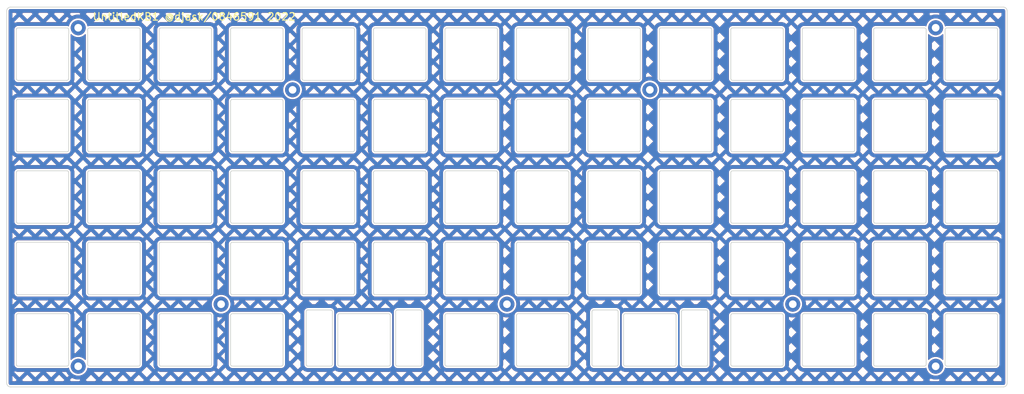
<source format=kicad_pcb>
(kicad_pcb (version 20211014) (generator pcbnew)
  (layers (0 "F.Cu" signal) (31 "B.Cu" signal) (34 "B.Paste" user) (35 "F.Paste" user) (36 "B.SilkS" user "B.Silkscreen") (37 "F.SilkS" user "F.Silkscreen") (38 "B.Mask" user) (39 "F.Mask" user) (44 "Edge.Cuts" user))
  (net 0 "")
  (footprint "footprints:Mounting_Hole_m2" (layer "F.Cu") (at 247.648845 2.5)
    (fp_text reference "REF**")
    (fp_text value "Mounting_Hole")
    (pad "1" thru_hole circle (at 0 0) (size 4 4) (drill 2.05) (layers *.Cu *.Mask))
  )
  (footprint "footprints:Mounting_Hole_m2" (layer "F.Cu") (at 19.05 92.75)
    (fp_text reference "REF**")
    (fp_text value "Mounting_Hole")
    (pad "1" thru_hole circle (at 0 0) (size 4 4) (drill 2.05) (layers *.Cu *.Mask))
  )
  (footprint "footprints:Mounting_Hole_m2" (layer "F.Cu") (at 247.65 92.75)
    (fp_text reference "REF**")
    (fp_text value "Mounting_Hole")
    (pad "1" thru_hole circle (at 0 0) (size 4 4) (drill 2.05) (layers *.Cu *.Mask))
  )
  (footprint "footprints:Mounting_Hole_m2" (layer "F.Cu") (at 57.15 76.2)
    (fp_text reference "REF**")
    (fp_text value "Mounting_Hole")
    (pad "1" thru_hole circle (at 0 0) (size 4 4) (drill 2.05) (layers *.Cu *.Mask))
  )
  (footprint "footprints:Mounting_Hole_m2" (layer "F.Cu") (at 76.2 19.05)
    (fp_text reference "REF**")
    (fp_text value "Mounting_Hole")
    (pad "1" thru_hole circle (at 0 0) (size 4 4) (drill 2.05) (layers *.Cu *.Mask))
  )
  (footprint "footprints:Mounting_Hole_m2" (layer "F.Cu") (at 209.55 76.2)
    (fp_text reference "REF**")
    (fp_text value "Mounting_Hole")
    (pad "1" thru_hole circle (at 0 0) (size 4 4) (drill 2.05) (layers *.Cu *.Mask))
  )
  (footprint "footprints:Mounting_Hole_m2" (layer "F.Cu") (at 19.05 2.5)
    (fp_text reference "REF**")
    (fp_text value "Mounting_Hole")
    (pad "1" thru_hole circle (at 0 0) (size 4 4) (drill 2.05) (layers *.Cu *.Mask))
  )
  (footprint "footprints:Mounting_Hole_m2" (layer "F.Cu") (at 171.45 19.05)
    (fp_text reference "REF**")
    (fp_text value "Mounting_Hole")
    (pad "1" thru_hole circle (at 0 0) (size 4 4) (drill 2.05) (layers *.Cu *.Mask))
  )
  (footprint "footprints:Mounting_Hole_m2" (layer "F.Cu") (at 133.35 76.2)
    (fp_text reference "REF**")
    (fp_text value "Mounting_Hole")
    (pad "1" thru_hole circle (at 0 0) (size 4 4) (drill 2.05) (layers *.Cu *.Mask))
  )
  (gr_line (start 59.675 22.075) (end 59.675 35.075) (layer "Edge.Cuts") (width 0.2))
  (gr_arc (start 3.025 92.725) (mid 2.671447 92.578553) (end 2.525 92.225) (layer "Edge.Cuts") (width 0.2))
  (gr_arc (start 168.425 40.625) (mid 168.778553 40.771447) (end 168.925 41.125) (layer "Edge.Cuts") (width 0.2))
  (gr_line (start 168.925 54.125) (end 168.925 41.125) (layer "Edge.Cuts") (width 0.2))
  (gr_arc (start 98.275 35.575) (mid 97.921447 35.428553) (end 97.775 35.075) (layer "Edge.Cuts") (width 0.2))
  (gr_arc (start 226.075 73.175) (mid 225.928553 73.528553) (end 225.575 73.675) (layer "Edge.Cuts") (width 0.2))
  (gr_line (start 130.325 59.675) (end 117.325 59.675) (layer "Edge.Cuts") (width 0.2))
  (gr_line (start 135.875 79.225) (end 135.875 92.225) (layer "Edge.Cuts") (width 0.2))
  (gr_arc (start 212.075 60.175) (mid 212.221447 59.821447) (end 212.575 59.675) (layer "Edge.Cuts") (width 0.2))
  (gr_line (start 2.525 3.025) (end 2.525 16.025) (layer "Edge.Cuts") (width 0.2))
  (gr_line (start 154.925 41.125) (end 154.925 54.125) (layer "Edge.Cuts") (width 0.2))
  (gr_line (start 250.675 16.525) (end 263.675 16.525) (layer "Edge.Cuts") (width 0.2))
  (gr_arc (start 92.225 2.525) (mid 92.578553 2.671447) (end 92.725 3.025) (layer "Edge.Cuts") (width 0.2))
  (gr_line (start 193.525 92.725) (end 206.525 92.725) (layer "Edge.Cuts") (width 0.2))
  (gr_arc (start 136.375 35.575) (mid 136.021447 35.428553) (end 135.875 35.075) (layer "Edge.Cuts") (width 0.2))
  (gr_arc (start 250.675 92.725) (mid 250.321447 92.578553) (end 250.175 92.225) (layer "Edge.Cuts") (width 0.2))
  (gr_arc (start 73.675 73.175) (mid 73.528553 73.528553) (end 73.175 73.675) (layer "Edge.Cuts") (width 0.2))
  (gr_line (start 263.675 59.675) (end 250.675 59.675) (layer "Edge.Cuts") (width 0.2))
  (gr_arc (start 130.325 78.725) (mid 130.678553 78.871447) (end 130.825 79.225) (layer "Edge.Cuts") (width 0.2))
  (gr_line (start 78.725 60.175) (end 78.725 73.175) (layer "Edge.Cuts") (width 0.2))
  (gr_line (start 155.425 73.675) (end 168.425 73.675) (layer "Edge.Cuts") (width 0.2))
  (gr_line (start 111.775 73.175) (end 111.775 60.175) (layer "Edge.Cuts") (width 0.2))
  (gr_line (start 35.575 54.125) (end 35.575 41.125) (layer "Edge.Cuts") (width 0.2))
  (gr_line (start 22.075 54.625) (end 35.075 54.625) (layer "Edge.Cuts") (width 0.2))
  (gr_arc (start 35.075 59.675) (mid 35.428553 59.821447) (end 35.575 60.175) (layer "Edge.Cuts") (width 0.2))
  (gr_line (start 187.475 40.625) (end 174.475 40.625) (layer "Edge.Cuts") (width 0.2))
  (gr_line (start 16.525 54.125) (end 16.525 41.125) (layer "Edge.Cuts") (width 0.2))
  (gr_line (start 250.175 79.225) (end 250.175 92.225) (layer "Edge.Cuts") (width 0.2))
  (gr_arc (start 193.525 54.625) (mid 193.171447 54.478553) (end 193.025 54.125) (layer "Edge.Cuts") (width 0.2))
  (gr_arc (start 78.725 3.025) (mid 78.871447 2.671447) (end 79.225 2.525) (layer "Edge.Cuts") (width 0.2))
  (gr_arc (start 263.675 59.675) (mid 264.028553 59.821447) (end 264.175 60.175) (layer "Edge.Cuts") (width 0.2))
  (gr_arc (start 231.625 35.575) (mid 231.271447 35.428553) (end 231.125 35.075) (layer "Edge.Cuts") (width 0.2))
  (gr_arc (start 116.825 3.025) (mid 116.971447 2.671447) (end 117.325 2.525) (layer "Edge.Cuts") (width 0.2))
  (gr_line (start 98.275 54.625) (end 111.275 54.625) (layer "Edge.Cuts") (width 0.2))
  (gr_line (start 225.575 40.625) (end 212.575 40.625) (layer "Edge.Cuts") (width 0.2))
  (gr_line (start 231.625 35.575) (end 244.625 35.575) (layer "Edge.Cuts") (width 0.2))
  (gr_line (start 102.25 92.225) (end 102.25 79.225) (layer "Edge.Cuts") (width 0.2))
  (gr_arc (start 264.175 16.025) (mid 264.028553 16.378553) (end 263.675 16.525) (layer "Edge.Cuts") (width 0.2))
  (gr_line (start 40.625 79.225) (end 40.625 92.225) (layer "Edge.Cuts") (width 0.2))
  (gr_line (start 21.575 79.225) (end 21.575 92.225) (layer "Edge.Cuts") (width 0.2))
  (gr_line (start 73.175 78.725) (end 60.175 78.725) (layer "Edge.Cuts") (width 0.2))
  (gr_line (start 35.575 35.075) (end 35.575 22.075) (layer "Edge.Cuts") (width 0.2))
  (gr_line (start 54.125 40.625) (end 41.125 40.625) (layer "Edge.Cuts") (width 0.2))
  (gr_arc (start 212.075 22.075) (mid 212.221447 21.721447) (end 212.575 21.575) (layer "Edge.Cuts") (width 0.2))
  (gr_arc (start 154.925 41.125) (mid 155.071447 40.771447) (end 155.425 40.625) (layer "Edge.Cuts") (width 0.2))
  (gr_arc (start 155.425 54.625) (mid 155.071447 54.478553) (end 154.925 54.125) (layer "Edge.Cuts") (width 0.2))
  (gr_arc (start 92.725 16.025) (mid 92.578553 16.378553) (end 92.225 16.525) (layer "Edge.Cuts") (width 0.2))
  (gr_line (start 154.925 60.175) (end 154.925 73.175) (layer "Edge.Cuts") (width 0.2))
  (gr_line (start 212.075 41.125) (end 212.075 54.125) (layer "Edge.Cuts") (width 0.2))
  (gr_line (start 79.225 16.525) (end 92.225 16.525) (layer "Edge.Cuts") (width 0.2))
  (gr_arc (start 206.525 59.675) (mid 206.878553 59.821447) (end 207.025 60.175) (layer "Edge.Cuts") (width 0.2))
  (gr_arc (start 41.125 92.725) (mid 40.771447 92.578553) (end 40.625 92.225) (layer "Edge.Cuts") (width 0.2))
  (gr_arc (start 156.012 78.225) (mid 156.158447 77.871447) (end 156.512 77.725) (layer "Edge.Cuts") (width 0.2))
  (gr_line (start 35.075 59.675) (end 22.075 59.675) (layer "Edge.Cuts") (width 0.2))
  (gr_arc (start 212.575 54.625) (mid 212.221447 54.478553) (end 212.075 54.125) (layer "Edge.Cuts") (width 0.2))
  (gr_arc (start 2.525 41.125) (mid 2.671447 40.771447) (end 3.025 40.625) (layer "Edge.Cuts") (width 0.2))
  (gr_line (start 40.625 41.125) (end 40.625 54.125) (layer "Edge.Cuts") (width 0.2))
  (gr_arc (start 88.75 92.725) (mid 88.396447 92.578553) (end 88.25 92.225) (layer "Edge.Cuts") (width 0.2))
  (gr_line (start 3.025 54.625) (end 16.025 54.625) (layer "Edge.Cuts") (width 0.2))
  (gr_arc (start 168.425 21.575) (mid 168.778553 21.721447) (end 168.925 22.075) (layer "Edge.Cuts") (width 0.2))
  (gr_arc (start 250.175 60.175) (mid 250.321447 59.821447) (end 250.675 59.675) (layer "Edge.Cuts") (width 0.2))
  (gr_arc (start 16.525 54.125) (mid 16.378553 54.478553) (end 16.025 54.625) (layer "Edge.Cuts") (width 0.2))
  (gr_line (start 206.525 59.675) (end 193.525 59.675) (layer "Edge.Cuts") (width 0.2))
  (gr_arc (start 187.975 73.175) (mid 187.828553 73.528553) (end 187.475 73.675) (layer "Edge.Cuts") (width 0.2))
  (gr_line (start 54.125 2.525) (end 41.125 2.525) (layer "Edge.Cuts") (width 0.2))
  (gr_line (start 187.975 54.125) (end 187.975 41.125) (layer "Edge.Cuts") (width 0.2))
  (gr_arc (start 111.775 73.175) (mid 111.628553 73.528553) (end 111.275 73.675) (layer "Edge.Cuts") (width 0.2))
  (gr_line (start 136.375 35.575) (end 149.375 35.575) (layer "Edge.Cuts") (width 0.2))
  (gr_arc (start 92.225 40.625) (mid 92.578553 40.771447) (end 92.725 41.125) (layer "Edge.Cuts") (width 0.2))
  (gr_line (start 16.025 59.675) (end 3.025 59.675) (layer "Edge.Cuts") (width 0.2))
  (gr_line (start 21.575 22.075) (end 21.575 35.075) (layer "Edge.Cuts") (width 0.2))
  (gr_arc (start 59.675 22.075) (mid 59.821447 21.721447) (end 60.175 21.575) (layer "Edge.Cuts") (width 0.2))
  (gr_arc (start 79.225 73.675) (mid 78.871447 73.528553) (end 78.725 73.175) (layer "Edge.Cuts") (width 0.2))
  (gr_line (start 265.7 98.25) (end 1 98.25) (layer "Edge.Cuts") (width 0.2))
  (gr_line (start 35.575 16.025) (end 35.575 3.025) (layer "Edge.Cuts") (width 0.2))
  (gr_line (start 168.425 40.625) (end 155.425 40.625) (layer "Edge.Cuts") (width 0.2))
  (gr_arc (start 130.825 92.225) (mid 130.678553 92.578553) (end 130.325 92.725) (layer "Edge.Cuts") (width 0.2))
  (gr_arc (start 40.625 22.075) (mid 40.771447 21.721447) (end 41.125 21.575) (layer "Edge.Cuts") (width 0.2))
  (gr_arc (start 264.175 54.125) (mid 264.028553 54.478553) (end 263.675 54.625) (layer "Edge.Cuts") (width 0.2))
  (gr_arc (start 103.688 78.225) (mid 103.834447 77.871447) (end 104.188 77.725) (layer "Edge.Cuts") (width 0.2))
  (gr_line (start 21.575 60.175) (end 21.575 73.175) (layer "Edge.Cuts") (width 0.2))
  (gr_line (start 156.512 92.725) (end 162.512 92.725) (layer "Edge.Cuts") (width 0.2))
  (gr_line (start 41.125 16.525) (end 54.125 16.525) (layer "Edge.Cuts") (width 0.2))
  (gr_arc (start 3.025 16.525) (mid 2.671447 16.378553) (end 2.525 16.025) (layer "Edge.Cuts") (width 0.2))
  (gr_line (start 88.25 79.225) (end 88.25 92.225) (layer "Edge.Cuts") (width 0.2))
  (gr_line (start 97.775 60.175) (end 97.775 73.175) (layer "Edge.Cuts") (width 0.2))
  (gr_arc (start 156.512 92.725) (mid 156.158447 92.578553) (end 156.012 92.225) (layer "Edge.Cuts") (width 0.2))
  (gr_line (start 92.225 40.625) (end 79.225 40.625) (layer "Edge.Cuts") (width 0.2))
  (gr_line (start 73.175 59.675) (end 60.175 59.675) (layer "Edge.Cuts") (width 0.2))
  (gr_arc (start 149.875 92.225) (mid 149.728553 92.578553) (end 149.375 92.725) (layer "Edge.Cuts") (width 0.2))
  (gr_arc (start 116.825 79.225) (mid 116.971447 78.871447) (end 117.325 78.725) (layer "Edge.Cuts") (width 0.2))
  (gr_line (start 162.512 77.725) (end 156.512 77.725) (layer "Edge.Cuts") (width 0.2))
  (gr_arc (start 193.525 73.675) (mid 193.171447 73.528553) (end 193.025 73.175) (layer "Edge.Cuts") (width 0.2))
  (gr_line (start 73.175 21.575) (end 60.175 21.575) (layer "Edge.Cuts") (width 0.2))
  (gr_line (start 231.125 79.225) (end 231.125 92.225) (layer "Edge.Cuts") (width 0.2))
  (gr_line (start 35.575 73.175) (end 35.575 60.175) (layer "Edge.Cuts") (width 0.2))
  (gr_arc (start 212.575 35.575) (mid 212.221447 35.428553) (end 212.075 35.075) (layer "Edge.Cuts") (width 0.2))
  (gr_arc (start 174.475 16.525) (mid 174.121447 16.378553) (end 173.975 16.025) (layer "Edge.Cuts") (width 0.2))
  (gr_line (start 225.575 59.675) (end 212.575 59.675) (layer "Edge.Cuts") (width 0.2))
  (gr_arc (start 117.325 73.675) (mid 116.971447 73.528553) (end 116.825 73.175) (layer "Edge.Cuts") (width 0.2))
  (gr_line (start 155.425 35.575) (end 168.425 35.575) (layer "Edge.Cuts") (width 0.2))
  (gr_line (start 98.275 16.525) (end 111.275 16.525) (layer "Edge.Cuts") (width 0.2))
  (gr_arc (start 264.175 35.075) (mid 264.028553 35.428553) (end 263.675 35.575) (layer "Edge.Cuts") (width 0.2))
  (gr_line (start 41.125 35.575) (end 54.125 35.575) (layer "Edge.Cuts") (width 0.2))
  (gr_line (start 193.025 60.175) (end 193.025 73.175) (layer "Edge.Cuts") (width 0.2))
  (gr_line (start 212.075 3.025) (end 212.075 16.025) (layer "Edge.Cuts") (width 0.2))
  (gr_arc (start 97.775 41.125) (mid 97.921447 40.771447) (end 98.275 40.625) (layer "Edge.Cuts") (width 0.2))
  (gr_arc (start 149.375 78.725) (mid 149.728553 78.871447) (end 149.875 79.225) (layer "Edge.Cuts") (width 0.2))
  (gr_line (start 226.075 92.225) (end 226.075 79.225) (layer "Edge.Cuts") (width 0.2))
  (gr_arc (start 79.225 35.575) (mid 78.871447 35.428553) (end 78.725 35.075) (layer "Edge.Cuts") (width 0.2))
  (gr_line (start 231.125 3.025) (end 231.125 16.025) (layer "Edge.Cuts") (width 0.2))
  (gr_arc (start 97.775 60.175) (mid 97.921447 59.821447) (end 98.275 59.675) (layer "Edge.Cuts") (width 0.2))
  (gr_line (start 111.275 40.625) (end 98.275 40.625) (layer "Edge.Cuts") (width 0.2))
  (gr_arc (start 22.075 16.525) (mid 21.721447 16.378553) (end 21.575 16.025) (layer "Edge.Cuts") (width 0.2))
  (gr_arc (start 130.825 16.025) (mid 130.678553 16.378553) (end 130.325 16.525) (layer "Edge.Cuts") (width 0.2))
  (gr_line (start 35.075 21.575) (end 22.075 21.575) (layer "Edge.Cuts") (width 0.2))
  (gr_arc (start 212.075 79.225) (mid 212.221447 78.871447) (end 212.575 78.725) (layer "Edge.Cuts") (width 0.2))
  (gr_arc (start 92.725 73.175) (mid 92.578553 73.528553) (end 92.225 73.675) (layer "Edge.Cuts") (width 0.2))
  (gr_arc (start 97.775 22.075) (mid 97.921447 21.721447) (end 98.275 21.575) (layer "Edge.Cuts") (width 0.2))
  (gr_line (start 149.875 54.125) (end 149.875 41.125) (layer "Edge.Cuts") (width 0.2))
  (gr_line (start 244.625 59.675) (end 231.625 59.675) (layer "Edge.Cuts") (width 0.2))
  (gr_arc (start 187.975 54.125) (mid 187.828553 54.478553) (end 187.475 54.625) (layer "Edge.Cuts") (width 0.2))
  (gr_line (start 111.775 54.125) (end 111.775 41.125) (layer "Edge.Cuts") (width 0.2))
  (gr_line (start 154.925 3.025) (end 154.925 16.025) (layer "Edge.Cuts") (width 0.2))
  (gr_arc (start 245.125 35.075) (mid 244.978553 35.428553) (end 244.625 35.575) (layer "Edge.Cuts") (width 0.2))
  (gr_line (start 244.625 2.525) (end 231.625 2.525) (layer "Edge.Cuts") (width 0.2))
  (gr_arc (start 225.575 78.725) (mid 225.928553 78.871447) (end 226.075 79.225) (layer "Edge.Cuts") (width 0.2))
  (gr_arc (start 2.525 79.225) (mid 2.671447 78.871447) (end 3.025 78.725) (layer "Edge.Cuts") (width 0.2))
  (gr_line (start 193.025 22.075) (end 193.025 35.075) (layer "Edge.Cuts") (width 0.2))
  (gr_arc (start 78.725 60.175) (mid 78.871447 59.821447) (end 79.225 59.675) (layer "Edge.Cuts") (width 0.2))
  (gr_arc (start 226.075 16.025) (mid 225.928553 16.378553) (end 225.575 16.525) (layer "Edge.Cuts") (width 0.2))
  (gr_arc (start 41.125 73.675) (mid 40.771447 73.528553) (end 40.625 73.175) (layer "Edge.Cuts") (width 0.2))
  (gr_arc (start 207.025 16.025) (mid 206.878553 16.378553) (end 206.525 16.525) (layer "Edge.Cuts") (width 0.2))
  (gr_line (start 16.025 2.525) (end 3.025 2.525) (layer "Edge.Cuts") (width 0.2))
  (gr_line (start 263.675 2.525) (end 250.675 2.525) (layer "Edge.Cuts") (width 0.2))
  (gr_arc (start 41.125 54.625) (mid 40.771447 54.478553) (end 40.625 54.125) (layer "Edge.Cuts") (width 0.2))
  (gr_line (start 266.7 -2) (end 266.7 97.25) (layer "Edge.Cuts") (width 0.2))
  (gr_line (start 174.475 54.625) (end 187.475 54.625) (layer "Edge.Cuts") (width 0.2))
  (gr_line (start 193.525 54.625) (end 206.525 54.625) (layer "Edge.Cuts") (width 0.2))
  (gr_arc (start 135.875 79.225) (mid 136.021447 78.871447) (end 136.375 78.725) (layer "Edge.Cuts") (width 0.2))
  (gr_line (start 110.188 77.725) (end 104.188 77.725) (layer "Edge.Cuts") (width 0.2))
  (gr_arc (start 212.075 41.125) (mid 212.221447 40.771447) (end 212.575 40.625) (layer "Edge.Cuts") (width 0.2))
  (gr_line (start 193.025 41.125) (end 193.025 54.125) (layer "Edge.Cuts") (width 0.2))
  (gr_line (start 86.812 92.225) (end 86.812 78.225) (layer "Edge.Cuts") (width 0.2))
  (gr_arc (start 265.7 -3) (mid 266.407107 -2.707107) (end 266.7 -2) (layer "Edge.Cuts") (width 0.2))
  (gr_arc (start 35.075 2.525) (mid 35.428553 2.671447) (end 35.575 3.025) (layer "Edge.Cuts") (width 0.2))
  (gr_line (start 193.525 16.525) (end 206.525 16.525) (layer "Edge.Cuts") (width 0.2))
  (gr_arc (start 263.675 2.525) (mid 264.028553 2.671447) (end 264.175 3.025) (layer "Edge.Cuts") (width 0.2))
  (gr_arc (start 79.812 78.225) (mid 79.958447 77.871447) (end 80.312 77.725) (layer "Edge.Cuts") (width 0.2))
  (gr_arc (start 231.625 73.675) (mid 231.271447 73.528553) (end 231.125 73.175) (layer "Edge.Cuts") (width 0.2))
  (gr_arc (start 3.025 73.675) (mid 2.671447 73.528553) (end 2.525 73.175) (layer "Edge.Cuts") (width 0.2))
  (gr_line (start 41.125 92.725) (end 54.125 92.725) (layer "Edge.Cuts") (width 0.2))
  (gr_arc (start 136.375 73.675) (mid 136.021447 73.528553) (end 135.875 73.175) (layer "Edge.Cuts") (width 0.2))
  (gr_arc (start 110.688 92.225) (mid 110.541553 92.578553) (end 110.188 92.725) (layer "Edge.Cuts") (width 0.2))
  (gr_arc (start 212.575 16.525) (mid 212.221447 16.378553) (end 212.075 16.025) (layer "Edge.Cuts") (width 0.2))
  (gr_line (start 88.75 92.725) (end 101.75 92.725) (layer "Edge.Cuts") (width 0.2))
  (gr_arc (start 155.425 16.525) (mid 155.071447 16.378553) (end 154.925 16.025) (layer "Edge.Cuts") (width 0.2))
  (gr_arc (start 88.25 79.225) (mid 88.396447 78.871447) (end 88.75 78.725) (layer "Edge.Cuts") (width 0.2))
  (gr_line (start 16.025 40.625) (end 3.025 40.625) (layer "Edge.Cuts") (width 0.2))
  (gr_arc (start 54.125 21.575) (mid 54.478553 21.721447) (end 54.625 22.075) (layer "Edge.Cuts") (width 0.2))
  (gr_arc (start 180.388 92.725) (mid 180.034447 92.578553) (end 179.888 92.225) (layer "Edge.Cuts") (width 0.2))
  (gr_line (start 225.575 21.575) (end 212.575 21.575) (layer "Edge.Cuts") (width 0.2))
  (gr_line (start 263.675 40.625) (end 250.675 40.625) (layer "Edge.Cuts") (width 0.2))
  (gr_line (start 250.175 22.075) (end 250.175 35.075) (layer "Edge.Cuts") (width 0.2))
  (gr_line (start 86.312 77.725) (end 80.312 77.725) (layer "Edge.Cuts") (width 0.2))
  (gr_line (start 2.525 22.075) (end 2.525 35.075) (layer "Edge.Cuts") (width 0.2))
  (gr_line (start 79.225 73.675) (end 92.225 73.675) (layer "Edge.Cuts") (width 0.2))
  (gr_line (start 21.575 3.025) (end 21.575 16.025) (layer "Edge.Cuts") (width 0.2))
  (gr_arc (start 35.575 35.075) (mid 35.428553 35.428553) (end 35.075 35.575) (layer "Edge.Cuts") (width 0.2))
  (gr_line (start 250.675 92.725) (end 263.675 92.725) (layer "Edge.Cuts") (width 0.2))
  (gr_arc (start 207.025 54.125) (mid 206.878553 54.478553) (end 206.525 54.625) (layer "Edge.Cuts") (width 0.2))
  (gr_line (start 130.825 35.075) (end 130.825 22.075) (layer "Edge.Cuts") (width 0.2))
  (gr_line (start 250.675 73.675) (end 263.675 73.675) (layer "Edge.Cuts") (width 0.2))
  (gr_line (start 149.375 21.575) (end 136.375 21.575) (layer "Edge.Cuts") (width 0.2))
  (gr_arc (start 22.075 35.575) (mid 21.721447 35.428553) (end 21.575 35.075) (layer "Edge.Cuts") (width 0.2))
  (gr_arc (start 73.675 35.075) (mid 73.528553 35.428553) (end 73.175 35.575) (layer "Edge.Cuts") (width 0.2))
  (gr_arc (start 54.625 54.125) (mid 54.478553 54.478553) (end 54.125 54.625) (layer "Edge.Cuts") (width 0.2))
  (gr_arc (start 54.125 40.625) (mid 54.478553 40.771447) (end 54.625 41.125) (layer "Edge.Cuts") (width 0.2))
  (gr_line (start 178.45 92.225) (end 178.45 79.225) (layer "Edge.Cuts") (width 0.2))
  (gr_arc (start 231.125 3.025) (mid 231.271447 2.671447) (end 231.625 2.525) (layer "Edge.Cuts") (width 0.2))
  (gr_arc (start 187.475 40.625) (mid 187.828553 40.771447) (end 187.975 41.125) (layer "Edge.Cuts") (width 0.2))
  (gr_line (start 245.125 92.225) (end 245.125 79.225) (layer "Edge.Cuts") (width 0.2))
  (gr_line (start 180.388 92.725) (end 186.388 92.725) (layer "Edge.Cuts") (width 0.2))
  (gr_line (start 0 97.25) (end 0 -2) (layer "Edge.Cuts") (width 0.2))
  (gr_line (start 212.575 54.625) (end 225.575 54.625) (layer "Edge.Cuts") (width 0.2))
  (gr_line (start 98.275 35.575) (end 111.275 35.575) (layer "Edge.Cuts") (width 0.2))
  (gr_arc (start 92.225 59.675) (mid 92.578553 59.821447) (end 92.725 60.175) (layer "Edge.Cuts") (width 0.2))
  (gr_line (start 245.125 35.075) (end 245.125 22.075) (layer "Edge.Cuts") (width 0.2))
  (gr_line (start 149.875 16.025) (end 149.875 3.025) (layer "Edge.Cuts") (width 0.2))
  (gr_line (start 103.688 78.225) (end 103.688 92.225) (layer "Edge.Cuts") (width 0.2))
  (gr_arc (start 40.625 60.175) (mid 40.771447 59.821447) (end 41.125 59.675) (layer "Edge.Cuts") (width 0.2))
  (gr_line (start 111.275 21.575) (end 98.275 21.575) (layer "Edge.Cuts") (width 0.2))
  (gr_line (start 149.875 73.175) (end 149.875 60.175) (layer "Edge.Cuts") (width 0.2))
  (gr_arc (start 250.675 35.575) (mid 250.321447 35.428553) (end 250.175 35.075) (layer "Edge.Cuts") (width 0.2))
  (gr_line (start 226.075 54.125) (end 226.075 41.125) (layer "Edge.Cuts") (width 0.2))
  (gr_line (start 168.925 16.025) (end 168.925 3.025) (layer "Edge.Cuts") (width 0.2))
  (gr_arc (start 168.425 2.525) (mid 168.778553 2.671447) (end 168.925 3.025) (layer "Edge.Cuts") (width 0.2))
  (gr_line (start 98.275 73.675) (end 111.275 73.675) (layer "Edge.Cuts") (width 0.2))
  (gr_line (start 92.725 54.125) (end 92.725 41.125) (layer "Edge.Cuts") (width 0.2))
  (gr_arc (start 21.575 22.075) (mid 21.721447 21.721447) (end 22.075 21.575) (layer "Edge.Cuts") (width 0.2))
  (gr_line (start 173.975 60.175) (end 173.975 73.175) (layer "Edge.Cuts") (width 0.2))
  (gr_arc (start 173.975 60.175) (mid 174.121447 59.821447) (end 174.475 59.675) (layer "Edge.Cuts") (width 0.2))
  (gr_line (start 264.175 16.025) (end 264.175 3.025) (layer "Edge.Cuts") (width 0.2))
  (gr_arc (start 136.375 92.725) (mid 136.021447 92.578553) (end 135.875 92.225) (layer "Edge.Cuts") (width 0.2))
  (gr_line (start 111.775 35.075) (end 111.775 22.075) (layer "Edge.Cuts") (width 0.2))
  (gr_arc (start 250.175 3.025) (mid 250.321447 2.671447) (end 250.675 2.525) (layer "Edge.Cuts") (width 0.2))
  (gr_arc (start 149.875 54.125) (mid 149.728553 54.478553) (end 149.375 54.625) (layer "Edge.Cuts") (width 0.2))
  (gr_line (start 41.125 54.625) (end 54.125 54.625) (layer "Edge.Cuts") (width 0.2))
  (gr_line (start 263.675 78.725) (end 250.675 78.725) (layer "Edge.Cuts") (width 0.2))
  (gr_line (start 149.375 59.675) (end 136.375 59.675) (layer "Edge.Cuts") (width 0.2))
  (gr_arc (start 226.075 35.075) (mid 225.928553 35.428553) (end 225.575 35.575) (layer "Edge.Cuts") (width 0.2))
  (gr_arc (start 193.025 3.025) (mid 193.171447 2.671447) (end 193.525 2.525) (layer "Edge.Cuts") (width 0.2))
  (gr_line (start 92.225 59.675) (end 79.225 59.675) (layer "Edge.Cuts") (width 0.2))
  (gr_arc (start 245.125 92.225) (mid 244.978553 92.578553) (end 244.625 92.725) (layer "Edge.Cuts") (width 0.2))
  (gr_line (start 92.725 16.025) (end 92.725 3.025) (layer "Edge.Cuts") (width 0.2))
  (gr_line (start 60.175 16.525) (end 73.175 16.525) (layer "Edge.Cuts") (width 0.2))
  (gr_line (start 130.825 54.125) (end 130.825 41.125) (layer "Edge.Cuts") (width 0.2))
  (gr_arc (start 149.375 59.675) (mid 149.728553 59.821447) (end 149.875 60.175) (layer "Edge.Cuts") (width 0.2))
  (gr_arc (start 136.375 16.525) (mid 136.021447 16.378553) (end 135.875 16.025) (layer "Edge.Cuts") (width 0.2))
  (gr_line (start 116.825 79.225) (end 116.825 92.225) (layer "Edge.Cuts") (width 0.2))
  (gr_line (start 212.575 16.525) (end 225.575 16.525) (layer "Edge.Cuts") (width 0.2))
  (gr_line (start 73.675 35.075) (end 73.675 22.075) (layer "Edge.Cuts") (width 0.2))
  (gr_arc (start 168.925 16.025) (mid 168.778553 16.378553) (end 168.425 16.525) (layer "Edge.Cuts") (width 0.2))
  (gr_arc (start 60.175 35.575) (mid 59.821447 35.428553) (end 59.675 35.075) (layer "Edge.Cuts") (width 0.2))
  (gr_arc (start 231.625 92.725) (mid 231.271447 92.578553) (end 231.125 92.225) (layer "Edge.Cuts") (width 0.2))
  (gr_line (start 54.625 16.025) (end 54.625 3.025) (layer "Edge.Cuts") (width 0.2))
  (gr_line (start 97.775 3.025) (end 97.775 16.025) (layer "Edge.Cuts") (width 0.2))
  (gr_line (start 3.025 35.575) (end 16.025 35.575) (layer "Edge.Cuts") (width 0.2))
  (gr_arc (start 117.325 92.725) (mid 116.971447 92.578553) (end 116.825 92.225) (layer "Edge.Cuts") (width 0.2))
  (gr_line (start 40.625 3.025) (end 40.625 16.025) (layer "Edge.Cuts") (width 0.2))
  (gr_line (start 59.675 60.175) (end 59.675 73.175) (layer "Edge.Cuts") (width 0.2))
  (gr_line (start 149.375 2.525) (end 136.375 2.525) (layer "Edge.Cuts") (width 0.2))
  (gr_line (start 117.325 16.525) (end 130.325 16.525) (layer "Edge.Cuts") (width 0.2))
  (gr_arc (start 21.575 60.175) (mid 21.721447 59.821447) (end 22.075 59.675) (layer "Edge.Cuts") (width 0.2))
  (gr_line (start 104.188 92.725) (end 110.188 92.725) (layer "Edge.Cuts") (width 0.2))
  (gr_line (start 244.625 40.625) (end 231.625 40.625) (layer "Edge.Cuts") (width 0.2))
  (gr_arc (start 245.125 54.125) (mid 244.978553 54.478553) (end 244.625 54.625) (layer "Edge.Cuts") (width 0.2))
  (gr_arc (start 21.575 3.025) (mid 21.721447 2.671447) (end 22.075 2.525) (layer "Edge.Cuts") (width 0.2))
  (gr_arc (start 117.325 35.575) (mid 116.971447 35.428553) (end 116.825 35.075) (layer "Edge.Cuts") (width 0.2))
  (gr_arc (start 212.075 3.025) (mid 212.221447 2.671447) (end 212.575 2.525) (layer "Edge.Cuts") (width 0.2))
  (gr_line (start 2.525 60.175) (end 2.525 73.175) (layer "Edge.Cuts") (width 0.2))
  (gr_line (start 60.175 92.725) (end 73.175 92.725) (layer "Edge.Cuts") (width 0.2))
  (gr_arc (start 168.925 73.175) (mid 168.778553 73.528553) (end 168.425 73.675) (layer "Edge.Cuts") (width 0.2))
  (gr_line (start 174.475 16.525) (end 187.475 16.525) (layer "Edge.Cuts") (width 0.2))
  (gr_line (start 149.875 35.075) (end 149.875 22.075) (layer "Edge.Cuts") (width 0.2))
  (gr_arc (start 60.175 16.525) (mid 59.821447 16.378553) (end 59.675 16.025) (layer "Edge.Cuts") (width 0.2))
  (gr_line (start 187.475 21.575) (end 174.475 21.575) (layer "Edge.Cuts") (width 0.2))
  (gr_arc (start 231.125 79.225) (mid 231.271447 78.871447) (end 231.625 78.725) (layer "Edge.Cuts") (width 0.2))
  (gr_line (start 177.95 78.725) (end 164.95 78.725) (layer "Edge.Cuts") (width 0.2))
  (gr_arc (start 97.775 3.025) (mid 97.921447 2.671447) (end 98.275 2.525) (layer "Edge.Cuts") (width 0.2))
  (gr_line (start 116.825 60.175) (end 116.825 73.175) (layer "Edge.Cuts") (width 0.2))
  (gr_line (start 207.025 54.125) (end 207.025 41.125) (layer "Edge.Cuts") (width 0.2))
  (gr_arc (start 130.325 21.575) (mid 130.678553 21.721447) (end 130.825 22.075) (layer "Edge.Cuts") (width 0.2))
  (gr_arc (start 35.075 78.725) (mid 35.428553 78.871447) (end 35.575 79.225) (layer "Edge.Cuts") (width 0.2))
  (gr_line (start 79.225 35.575) (end 92.225 35.575) (layer "Edge.Cuts") (width 0.2))
  (gr_arc (start 117.325 54.625) (mid 116.971447 54.478553) (end 116.825 54.125) (layer "Edge.Cuts") (width 0.2))
  (gr_arc (start 54.625 73.175) (mid 54.478553 73.528553) (end 54.125 73.675) (layer "Edge.Cuts") (width 0.2))
  (gr_arc (start 22.075 54.625) (mid 21.721447 54.478553) (end 21.575 54.125) (layer "Edge.Cuts") (width 0.2))
  (gr_line (start 136.375 16.525) (end 149.375 16.525) (layer "Edge.Cuts") (width 0.2))
  (gr_arc (start 206.525 78.725) (mid 206.878553 78.871447) (end 207.025 79.225) (layer "Edge.Cuts") (width 0.2))
  (gr_arc (start 244.625 21.575) (mid 244.978553 21.721447) (end 245.125 22.075) (layer "Edge.Cuts") (width 0.2))
  (gr_arc (start 168.925 35.075) (mid 168.778553 35.428553) (end 168.425 35.575) (layer "Edge.Cuts") (width 0.2))
  (gr_arc (start 130.325 2.525) (mid 130.678553 2.671447) (end 130.825 3.025) (layer "Edge.Cuts") (width 0.2))
  (gr_arc (start 187.475 59.675) (mid 187.828553 59.821447) (end 187.975 60.175) (layer "Edge.Cuts") (width 0.2))
  (gr_line (start 3.025 73.675) (end 16.025 73.675) (layer "Edge.Cuts") (width 0.2))
  (gr_line (start 212.575 73.675) (end 225.575 73.675) (layer "Edge.Cuts") (width 0.2))
  (gr_arc (start 193.025 41.125) (mid 193.171447 40.771447) (end 193.525 40.625) (layer "Edge.Cuts") (width 0.2))
  (gr_line (start 73.675 92.225) (end 73.675 79.225) (layer "Edge.Cuts") (width 0.2))
  (gr_arc (start 16.025 2.525) (mid 16.378553 2.671447) (end 16.525 3.025) (layer "Edge.Cuts") (width 0.2))
  (gr_arc (start 130.325 59.675) (mid 130.678553 59.821447) (end 130.825 60.175) (layer "Edge.Cuts") (width 0.2))
  (gr_line (start 60.175 73.675) (end 73.175 73.675) (layer "Edge.Cuts") (width 0.2))
  (gr_arc (start 244.625 40.625) (mid 244.978553 40.771447) (end 245.125 41.125) (layer "Edge.Cuts") (width 0.2))
  (gr_arc (start 59.675 41.125) (mid 59.821447 40.771447) (end 60.175 40.625) (layer "Edge.Cuts") (width 0.2))
  (gr_arc (start 73.175 40.625) (mid 73.528553 40.771447) (end 73.675 41.125) (layer "Edge.Cuts") (width 0.2))
  (gr_line (start 3.025 16.525) (end 16.025 16.525) (layer "Edge.Cuts") (width 0.2))
  (gr_line (start 130.325 2.525) (end 117.325 2.525) (layer "Edge.Cuts") (width 0.2))
  (gr_arc (start 149.375 40.625) (mid 149.728553 40.771447) (end 149.875 41.125) (layer "Edge.Cuts") (width 0.2))
  (gr_arc (start 173.975 41.125) (mid 174.121447 40.771447) (end 174.475 40.625) (layer "Edge.Cuts") (width 0.2))
  (gr_line (start 193.025 79.225) (end 193.025 92.225) (layer "Edge.Cuts") (width 0.2))
  (gr_arc (start 250.175 22.075) (mid 250.321447 21.721447) (end 250.675 21.575) (layer "Edge.Cuts") (width 0.2))
  (gr_arc (start 41.125 16.525) (mid 40.771447 16.378553) (end 40.625 16.025) (layer "Edge.Cuts") (width 0.2))
  (gr_arc (start 35.575 73.175) (mid 35.428553 73.528553) (end 35.075 73.675) (layer "Edge.Cuts") (width 0.2))
  (gr_arc (start 231.125 41.125) (mid 231.271447 40.771447) (end 231.625 40.625) (layer "Edge.Cuts") (width 0.2))
  (gr_line (start 16.025 78.725) (end 3.025 78.725) (layer "Edge.Cuts") (width 0.2))
  (gr_arc (start 173.975 22.075) (mid 174.121447 21.721447) (end 174.475 21.575) (layer "Edge.Cuts") (width 0.2))
  (gr_line (start 135.875 3.025) (end 135.875 16.025) (layer "Edge.Cuts") (width 0.2))
  (gr_line (start 179.888 78.225) (end 179.888 92.225) (layer "Edge.Cuts") (width 0.2))
  (gr_line (start 22.075 92.725) (end 35.075 92.725) (layer "Edge.Cuts") (width 0.2))
  (gr_arc (start 98.275 54.625) (mid 97.921447 54.478553) (end 97.775 54.125) (layer "Edge.Cuts") (width 0.2))
  (gr_arc (start 78.725 41.125) (mid 78.871447 40.771447) (end 79.225 40.625) (layer "Edge.Cuts") (width 0.2))
  (gr_arc (start 16.525 35.075) (mid 16.378553 35.428553) (end 16.025 35.575) (layer "Edge.Cuts") (width 0.2))
  (gr_line (start 187.975 35.075) (end 187.975 22.075) (layer "Edge.Cuts") (width 0.2))
  (gr_line (start 136.375 73.675) (end 149.375 73.675) (layer "Edge.Cuts") (width 0.2))
  (gr_line (start 174.475 35.575) (end 187.475 35.575) (layer "Edge.Cuts") (width 0.2))
  (gr_arc (start 206.525 40.625) (mid 206.878553 40.771447) (end 207.025 41.125) (layer "Edge.Cuts") (width 0.2))
  (gr_arc (start 174.475 73.675) (mid 174.121447 73.528553) (end 173.975 73.175) (layer "Edge.Cuts") (width 0.2))
  (gr_arc (start 154.925 3.025) (mid 155.071447 2.671447) (end 155.425 2.525) (layer "Edge.Cuts") (width 0.2))
  (gr_arc (start 187.975 35.075) (mid 187.828553 35.428553) (end 187.475 35.575) (layer "Edge.Cuts") (width 0.2))
  (gr_line (start 35.575 92.225) (end 35.575 79.225) (layer "Edge.Cuts") (width 0.2))
  (gr_line (start 164.95 92.725) (end 177.95 92.725) (layer "Edge.Cuts") (width 0.2))
  (gr_line (start 231.625 16.525) (end 244.625 16.525) (layer "Edge.Cuts") (width 0.2))
  (gr_arc (start 207.025 92.225) (mid 206.878553 92.578553) (end 206.525 92.725) (layer "Edge.Cuts") (width 0.2))
  (gr_arc (start 250.175 41.125) (mid 250.321447 40.771447) (end 250.675 40.625) (layer "Edge.Cuts") (width 0.2))
  (gr_arc (start 244.625 2.525) (mid 244.978553 2.671447) (end 245.125 3.025) (layer "Edge.Cuts") (width 0.2))
  (gr_line (start 22.075 16.525) (end 35.075 16.525) (layer "Edge.Cuts") (width 0.2))
  (gr_arc (start 163.012 92.225) (mid 162.865553 92.578553) (end 162.512 92.725) (layer "Edge.Cuts") (width 0.2))
  (gr_line (start 97.775 41.125) (end 97.775 54.125) (layer "Edge.Cuts") (width 0.2))
  (gr_arc (start 59.675 60.175) (mid 59.821447 59.821447) (end 60.175 59.675) (layer "Edge.Cuts") (width 0.2))
  (gr_line (start 2.525 79.225) (end 2.525 92.225) (layer "Edge.Cuts") (width 0.2))
  (gr_arc (start 263.675 78.725) (mid 264.028553 78.871447) (end 264.175 79.225) (layer "Edge.Cuts") (width 0.2))
  (gr_arc (start 212.575 73.675) (mid 212.221447 73.528553) (end 212.075 73.175) (layer "Edge.Cuts") (width 0.2))
  (gr_arc (start 2.525 3.025) (mid 2.671447 2.671447) (end 3.025 2.525) (layer "Edge.Cuts") (width 0.2))
  (gr_line (start 92.225 2.525) (end 79.225 2.525) (layer "Edge.Cuts") (width 0.2))
  (gr_line (start 73.175 40.625) (end 60.175 40.625) (layer "Edge.Cuts") (width 0.2))
  (gr_line (start 193.025 3.025) (end 193.025 16.025) (layer "Edge.Cuts") (width 0.2))
  (gr_arc (start 226.075 54.125) (mid 225.928553 54.478553) (end 225.575 54.625) (layer "Edge.Cuts") (width 0.2))
  (gr_line (start 2.525 41.125) (end 2.525 54.125) (layer "Edge.Cuts") (width 0.2))
  (gr_arc (start 154.925 22.075) (mid 155.071447 21.721447) (end 155.425 21.575) (layer "Edge.Cuts") (width 0.2))
  (gr_arc (start 207.025 35.075) (mid 206.878553 35.428553) (end 206.525 35.575) (layer "Edge.Cuts") (width 0.2))
  (gr_arc (start 149.875 35.075) (mid 149.728553 35.428553) (end 149.375 35.575) (layer "Edge.Cuts") (width 0.2))
  (gr_arc (start 35.575 92.225) (mid 35.428553 92.578553) (end 35.075 92.725) (layer "Edge.Cuts") (width 0.2))
  (gr_arc (start 225.575 59.675) (mid 225.928553 59.821447) (end 226.075 60.175) (layer "Edge.Cuts") (width 0.2))
  (gr_line (start 149.875 92.225) (end 149.875 79.225) (layer "Edge.Cuts") (width 0.2))
  (gr_arc (start 92.225 21.575) (mid 92.578553 21.721447) (end 92.725 22.075) (layer "Edge.Cuts") (width 0.2))
  (gr_line (start 101.75 78.725) (end 88.75 78.725) (layer "Edge.Cuts") (width 0.2))
  (gr_arc (start 59.675 79.225) (mid 59.821447 78.871447) (end 60.175 78.725) (layer "Edge.Cuts") (width 0.2))
  (gr_arc (start 73.175 78.725) (mid 73.528553 78.871447) (end 73.675 79.225) (layer "Edge.Cuts") (width 0.2))
  (gr_arc (start 41.125 35.575) (mid 40.771447 35.428553) (end 40.625 35.075) (layer "Edge.Cuts") (width 0.2))
  (gr_line (start 168.925 35.075) (end 168.925 22.075) (layer "Edge.Cuts") (width 0.2))
  (gr_line (start 78.725 3.025) (end 78.725 16.025) (layer "Edge.Cuts") (width 0.2))
  (gr_line (start 40.625 22.075) (end 40.625 35.075) (layer "Edge.Cuts") (width 0.2))
  (gr_line (start 92.225 21.575) (end 79.225 21.575) (layer "Edge.Cuts") (width 0.2))
  (gr_arc (start 98.275 73.675) (mid 97.921447 73.528553) (end 97.775 73.175) (layer "Edge.Cuts") (width 0.2))
  (gr_line (start 35.075 40.625) (end 22.075 40.625) (layer "Edge.Cuts") (width 0.2))
  (gr_line (start 92.725 35.075) (end 92.725 22.075) (layer "Edge.Cuts") (width 0.2))
  (gr_line (start 250.175 60.175) (end 250.175 73.175) (layer "Edge.Cuts") (width 0.2))
  (gr_line (start 226.075 16.025) (end 226.075 3.025) (layer "Edge.Cuts") (width 0.2))
  (gr_arc (start 21.575 41.125) (mid 21.721447 40.771447) (end 22.075 40.625) (layer "Edge.Cuts") (width 0.2))
  (gr_line (start 231.125 41.125) (end 231.125 54.125) (layer "Edge.Cuts") (width 0.2))
  (gr_arc (start 59.675 3.025) (mid 59.821447 2.671447) (end 60.175 2.525) (layer "Edge.Cuts") (width 0.2))
  (gr_arc (start 193.525 92.725) (mid 193.171447 92.578553) (end 193.025 92.225) (layer "Edge.Cuts") (width 0.2))
  (gr_line (start 207.025 16.025) (end 207.025 3.025) (layer "Edge.Cuts") (width 0.2))
  (gr_line (start 73.675 73.175) (end 73.675 60.175) (layer "Edge.Cuts") (width 0.2))
  (gr_arc (start 79.225 16.525) (mid 78.871447 16.378553) (end 78.725 16.025) (layer "Edge.Cuts") (width 0.2))
  (gr_line (start 54.625 35.075) (end 54.625 22.075) (layer "Edge.Cuts") (width 0.2))
  (gr_arc (start 186.888 92.225) (mid 186.741553 92.578553) (end 186.388 92.725) (layer "Edge.Cuts") (width 0.2))
  (gr_line (start 54.125 78.725) (end 41.125 78.725) (layer "Edge.Cuts") (width 0.2))
  (gr_line (start 173.975 22.075) (end 173.975 35.075) (layer "Edge.Cuts") (width 0.2))
  (gr_line (start 54.625 92.225) (end 54.625 79.225) (layer "Edge.Cuts") (width 0.2))
  (gr_line (start 22.075 35.575) (end 35.075 35.575) (layer "Edge.Cuts") (width 0.2))
  (gr_arc (start 168.925 54.125) (mid 168.778553 54.478553) (end 168.425 54.625) (layer "Edge.Cuts") (width 0.2))
  (gr_arc (start 231.125 60.175) (mid 231.271447 59.821447) (end 231.625 59.675) (layer "Edge.Cuts") (width 0.2))
  (gr_line (start 73.675 54.125) (end 73.675 41.125) (layer "Edge.Cuts") (width 0.2))
  (gr_arc (start 60.175 73.675) (mid 59.821447 73.528553) (end 59.675 73.175) (layer "Edge.Cuts") (width 0.2))
  (gr_arc (start 22.075 73.675) (mid 21.721447 73.528553) (end 21.575 73.175) (layer "Edge.Cuts") (width 0.2))
  (gr_arc (start 73.675 16.025) (mid 73.528553 16.378553) (end 73.175 16.525) (layer "Edge.Cuts") (width 0.2))
  (gr_arc (start 0 -2) (mid 0.292893 -2.707107) (end 1 -3) (layer "Edge.Cuts") (width 0.2))
  (gr_arc (start 206.525 2.525) (mid 206.878553 2.671447) (end 207.025 3.025) (layer "Edge.Cuts") (width 0.2))
  (gr_arc (start 136.375 54.625) (mid 136.021447 54.478553) (end 135.875 54.125) (layer "Edge.Cuts") (width 0.2))
  (gr_line (start 193.525 73.675) (end 206.525 73.675) (layer "Edge.Cuts") (width 0.2))
  (gr_line (start 212.575 92.725) (end 225.575 92.725) (layer "Edge.Cuts") (width 0.2))
  (gr_line (start 54.125 59.675) (end 41.125 59.675) (layer "Edge.Cuts") (width 0.2))
  (gr_arc (start 40.625 41.125) (mid 40.771447 40.771447) (end 41.125 40.625) (layer "Edge.Cuts") (width 0.2))
  (gr_arc (start 21.575 79.225) (mid 21.721447 78.871447) (end 22.075 78.725) (layer "Edge.Cuts") (width 0.2))
  (gr_line (start 130.825 73.175) (end 130.825 60.175) (layer "Edge.Cuts") (width 0.2))
  (gr_arc (start 104.188 92.725) (mid 103.834447 92.578553) (end 103.688 92.225) (layer "Edge.Cuts") (width 0.2))
  (gr_arc (start 79.225 54.625) (mid 78.871447 54.478553) (end 78.725 54.125) (layer "Edge.Cuts") (width 0.2))
  (gr_arc (start 73.175 59.675) (mid 73.528553 59.821447) (end 73.675 60.175) (layer "Edge.Cuts") (width 0.2))
  (gr_arc (start 16.025 78.725) (mid 16.378553 78.871447) (end 16.525 79.225) (layer "Edge.Cuts") (width 0.2))
  (gr_line (start 212.075 22.075) (end 212.075 35.075) (layer "Edge.Cuts") (width 0.2))
  (gr_line (start 168.425 59.675) (end 155.425 59.675) (layer "Edge.Cuts") (width 0.2))
  (gr_arc (start 231.625 54.625) (mid 231.271447 54.478553) (end 231.125 54.125) (layer "Edge.Cuts") (width 0.2))
  (gr_arc (start 102.25 92.225) (mid 102.103553 92.578553) (end 101.75 92.725) (layer "Edge.Cuts") (width 0.2))
  (gr_line (start 263.675 21.575) (end 250.675 21.575) (layer "Edge.Cuts") (width 0.2))
  (gr_arc (start 173.975 3.025) (mid 174.121447 2.671447) (end 174.475 2.525) (layer "Edge.Cuts") (width 0.2))
  (gr_line (start 231.625 73.675) (end 244.625 73.675) (layer "Edge.Cuts") (width 0.2))
  (gr_line (start 16.025 21.575) (end 3.025 21.575) (layer "Edge.Cuts") (width 0.2))
  (gr_line (start 21.575 41.125) (end 21.575 54.125) (layer "Edge.Cuts") (width 0.2))
  (gr_line (start 264.175 73.175) (end 264.175 60.175) (layer "Edge.Cuts") (width 0.2))
  (gr_line (start 187.975 16.025) (end 187.975 3.025) (layer "Edge.Cuts") (width 0.2))
  (gr_arc (start 40.625 79.225) (mid 40.771447 78.871447) (end 41.125 78.725) (layer "Edge.Cuts") (width 0.2))
  (gr_arc (start 35.575 54.125) (mid 35.428553 54.478553) (end 35.075 54.625) (layer "Edge.Cuts") (width 0.2))
  (gr_arc (start 73.675 92.225) (mid 73.528553 92.578553) (end 73.175 92.725) (layer "Edge.Cuts") (width 0.2))
  (gr_arc (start 86.812 92.225) (mid 86.665553 92.578553) (end 86.312 92.725) (layer "Edge.Cuts") (width 0.2))
  (gr_arc (start 3.025 35.575) (mid 2.671447 35.428553) (end 2.525 35.075) (layer "Edge.Cuts") (width 0.2))
  (gr_arc (start 244.625 59.675) (mid 244.978553 59.821447) (end 245.125 60.175) (layer "Edge.Cuts") (width 0.2))
  (gr_arc (start 187.475 2.525) (mid 187.828553 2.671447) (end 187.975 3.025) (layer "Edge.Cuts") (width 0.2))
  (gr_line (start 135.875 41.125) (end 135.875 54.125) (layer "Edge.Cuts") (width 0.2))
  (gr_arc (start 154.925 60.175) (mid 155.071447 59.821447) (end 155.425 59.675) (layer "Edge.Cuts") (width 0.2))
  (gr_line (start 117.325 92.725) (end 130.325 92.725) (layer "Edge.Cuts") (width 0.2))
  (gr_arc (start 174.475 35.575) (mid 174.121447 35.428553) (end 173.975 35.075) (layer "Edge.Cuts") (width 0.2))
  (gr_arc (start 2.525 22.075) (mid 2.671447 21.721447) (end 3.025 21.575) (layer "Edge.Cuts") (width 0.2))
  (gr_line (start 154.925 22.075) (end 154.925 35.075) (layer "Edge.Cuts") (width 0.2))
  (gr_arc (start 35.575 16.025) (mid 35.428553 16.378553) (end 35.075 16.525) (layer "Edge.Cuts") (width 0.2))
  (gr_line (start 207.025 92.225) (end 207.025 79.225) (layer "Edge.Cuts") (width 0.2))
  (gr_arc (start 250.675 16.525) (mid 250.321447 16.378553) (end 250.175 16.025) (layer "Edge.Cuts") (width 0.2))
  (gr_line (start 264.175 54.125) (end 264.175 41.125) (layer "Edge.Cuts") (width 0.2))
  (gr_arc (start 116.825 41.125) (mid 116.971447 40.771447) (end 117.325 40.625) (layer "Edge.Cuts") (width 0.2))
  (gr_arc (start 73.175 2.525) (mid 73.528553 2.671447) (end 73.675 3.025) (layer "Edge.Cuts") (width 0.2))
  (gr_arc (start 164.95 92.725) (mid 164.596447 92.578553) (end 164.45 92.225) (layer "Edge.Cuts") (width 0.2))
  (gr_line (start 250.175 3.025) (end 250.175 16.025) (layer "Edge.Cuts") (width 0.2))
  (gr_line (start 149.375 40.625) (end 136.375 40.625) (layer "Edge.Cuts") (width 0.2))
  (gr_arc (start 149.375 2.525) (mid 149.728553 2.671447) (end 149.875 3.025) (layer "Edge.Cuts") (width 0.2))
  (gr_arc (start 245.125 16.025) (mid 244.978553 16.378553) (end 244.625 16.525) (layer "Edge.Cuts") (width 0.2))
  (gr_arc (start 54.625 16.025) (mid 54.478553 16.378553) (end 54.125 16.525) (layer "Edge.Cuts") (width 0.2))
  (gr_arc (start 35.075 21.575) (mid 35.428553 21.721447) (end 35.575 22.075) (layer "Edge.Cuts") (width 0.2))
  (gr_arc (start 130.825 54.125) (mid 130.678553 54.478553) (end 130.325 54.625) (layer "Edge.Cuts") (width 0.2))
  (gr_line (start 78.725 22.075) (end 78.725 35.075) (layer "Edge.Cuts") (width 0.2))
  (gr_line (start 173.975 41.125) (end 173.975 54.125) (layer "Edge.Cuts") (width 0.2))
  (gr_line (start 111.275 2.525) (end 98.275 2.525) (layer "Edge.Cuts") (width 0.2))
  (gr_line (start 226.075 73.175) (end 226.075 60.175) (layer "Edge.Cuts") (width 0.2))
  (gr_arc (start 162.512 77.725) (mid 162.865553 77.871447) (end 163.012 78.225) (layer "Edge.Cuts") (width 0.2))
  (gr_line (start 231.625 92.725) (end 244.625 92.725) (layer "Edge.Cuts") (width 0.2))
  (gr_arc (start 110.188 77.725) (mid 110.541553 77.871447) (end 110.688 78.225) (layer "Edge.Cuts") (width 0.2))
  (gr_line (start 1 -3) (end 265.7 -3) (layer "Edge.Cuts") (width 0.2))
  (gr_arc (start 135.875 60.175) (mid 136.021447 59.821447) (end 136.375 59.675) (layer "Edge.Cuts") (width 0.2))
  (gr_line (start 186.888 92.225) (end 186.888 78.225) (layer "Edge.Cuts") (width 0.2))
  (gr_arc (start 111.775 54.125) (mid 111.628553 54.478553) (end 111.275 54.625) (layer "Edge.Cuts") (width 0.2))
  (gr_line (start 130.325 78.725) (end 117.325 78.725) (layer "Edge.Cuts") (width 0.2))
  (gr_line (start 41.125 73.675) (end 54.125 73.675) (layer "Edge.Cuts") (width 0.2))
  (gr_line (start 3.025 92.725) (end 16.025 92.725) (layer "Edge.Cuts") (width 0.2))
  (gr_line (start 186.388 77.725) (end 180.388 77.725) (layer "Edge.Cuts") (width 0.2))
  (gr_line (start 16.525 73.175) (end 16.525 60.175) (layer "Edge.Cuts") (width 0.2))
  (gr_line (start 54.125 21.575) (end 41.125 21.575) (layer "Edge.Cuts") (width 0.2))
  (gr_arc (start 2.525 60.175) (mid 2.671447 59.821447) (end 3.025 59.675) (layer "Edge.Cuts") (width 0.2))
  (gr_arc (start 264.175 92.225) (mid 264.028553 92.578553) (end 263.675 92.725) (layer "Edge.Cuts") (width 0.2))
  (gr_line (start 111.775 16.025) (end 111.775 3.025) (layer "Edge.Cuts") (width 0.2))
  (gr_line (start 92.725 73.175) (end 92.725 60.175) (layer "Edge.Cuts") (width 0.2))
  (gr_line (start 250.675 35.575) (end 263.675 35.575) (layer "Edge.Cuts") (width 0.2))
  (gr_line (start 226.075 35.075) (end 226.075 22.075) (layer "Edge.Cuts") (width 0.2))
  (gr_line (start 130.325 21.575) (end 117.325 21.575) (layer "Edge.Cuts") (width 0.2))
  (gr_line (start 135.875 22.075) (end 135.875 35.075) (layer "Edge.Cuts") (width 0.2))
  (gr_line (start 193.525 35.575) (end 206.525 35.575) (layer "Edge.Cuts") (width 0.2))
  (gr_arc (start 193.025 22.075) (mid 193.171447 21.721447) (end 193.525 21.575) (layer "Edge.Cuts") (width 0.2))
  (gr_arc (start 54.625 35.075) (mid 54.478553 35.428553) (end 54.125 35.575) (layer "Edge.Cuts") (width 0.2))
  (gr_line (start 116.825 3.025) (end 116.825 16.025) (layer "Edge.Cuts") (width 0.2))
  (gr_line (start 117.325 35.575) (end 130.325 35.575) (layer "Edge.Cuts") (width 0.2))
  (gr_line (start 97.775 22.075) (end 97.775 35.075) (layer "Edge.Cuts") (width 0.2))
  (gr_arc (start 179.888 78.225) (mid 180.034447 77.871447) (end 180.388 77.725) (layer "Edge.Cuts") (width 0.2))
  (gr_arc (start 80.312 92.725) (mid 79.958447 92.578553) (end 79.812 92.225) (layer "Edge.Cuts") (width 0.2))
  (gr_line (start 225.575 2.525) (end 212.575 2.525) (layer "Edge.Cuts") (width 0.2))
  (gr_line (start 250.675 54.625) (end 263.675 54.625) (layer "Edge.Cuts") (width 0.2))
  (gr_line (start 73.175 2.525) (end 60.175 2.525) (layer "Edge.Cuts") (width 0.2))
  (gr_arc (start 149.875 73.175) (mid 149.728553 73.528553) (end 149.375 73.675) (layer "Edge.Cuts") (width 0.2))
  (gr_arc (start 130.825 73.175) (mid 130.678553 73.528553) (end 130.325 73.675) (layer "Edge.Cuts") (width 0.2))
  (gr_arc (start 16.525 16.025) (mid 16.378553 16.378553) (end 16.025 16.525) (layer "Edge.Cuts") (width 0.2))
  (gr_line (start 231.125 60.175) (end 231.125 73.175) (layer "Edge.Cuts") (width 0.2))
  (gr_line (start 245.125 54.125) (end 245.125 41.125) (layer "Edge.Cuts") (width 0.2))
  (gr_arc (start 186.388 77.725) (mid 186.741553 77.871447) (end 186.888 78.225) (layer "Edge.Cuts") (width 0.2))
  (gr_line (start 206.525 40.625) (end 193.525 40.625) (layer "Edge.Cuts") (width 0.2))
  (gr_arc (start 16.525 73.175) (mid 16.378553 73.528553) (end 16.025 73.675) (layer "Edge.Cuts") (width 0.2))
  (gr_line (start 164.45 79.225) (end 164.45 92.225) (layer "Edge.Cuts") (width 0.2))
  (gr_line (start 244.625 21.575) (end 231.625 21.575) (layer "Edge.Cuts") (width 0.2))
  (gr_arc (start 1 98.25) (mid 0.292893 97.957107) (end 0 97.25) (layer "Edge.Cuts") (width 0.2))
  (gr_line (start 155.425 54.625) (end 168.425 54.625) (layer "Edge.Cuts") (width 0.2))
  (gr_arc (start 250.175 79.225) (mid 250.321447 78.871447) (end 250.675 78.725) (layer "Edge.Cuts") (width 0.2))
  (gr_line (start 163.012 92.225) (end 163.012 78.225) (layer "Edge.Cuts") (width 0.2))
  (gr_arc (start 245.125 73.175) (mid 244.978553 73.528553) (end 244.625 73.675) (layer "Edge.Cuts") (width 0.2))
  (gr_arc (start 101.75 78.725) (mid 102.103553 78.871447) (end 102.25 79.225) (layer "Edge.Cuts") (width 0.2))
  (gr_arc (start 16.025 21.575) (mid 16.378553 21.721447) (end 16.525 22.075) (layer "Edge.Cuts") (width 0.2))
  (gr_arc (start 250.675 54.625) (mid 250.321447 54.478553) (end 250.175 54.125) (layer "Edge.Cuts") (width 0.2))
  (gr_line (start 168.925 73.175) (end 168.925 60.175) (layer "Edge.Cuts") (width 0.2))
  (gr_arc (start 73.675 54.125) (mid 73.528553 54.478553) (end 73.175 54.625) (layer "Edge.Cuts") (width 0.2))
  (gr_line (start 207.025 35.075) (end 207.025 22.075) (layer "Edge.Cuts") (width 0.2))
  (gr_line (start 59.675 79.225) (end 59.675 92.225) (layer "Edge.Cuts") (width 0.2))
  (gr_arc (start 231.625 16.525) (mid 231.271447 16.378553) (end 231.125 16.025) (layer "Edge.Cuts") (width 0.2))
  (gr_line (start 80.312 92.725) (end 86.312 92.725) (layer "Edge.Cuts") (width 0.2))
  (gr_line (start 264.175 35.075) (end 264.175 22.075) (layer "Edge.Cuts") (width 0.2))
  (gr_line (start 149.375 78.725) (end 136.375 78.725) (layer "Edge.Cuts") (width 0.2))
  (gr_line (start 78.725 41.125) (end 78.725 54.125) (layer "Edge.Cuts") (width 0.2))
  (gr_line (start 117.325 54.625) (end 130.325 54.625) (layer "Edge.Cuts") (width 0.2))
  (gr_arc (start 225.575 40.625) (mid 225.928553 40.771447) (end 226.075 41.125) (layer "Edge.Cuts") (width 0.2))
  (gr_arc (start 264.175 73.175) (mid 264.028553 73.528553) (end 263.675 73.675) (layer "Edge.Cuts") (width 0.2))
  (gr_line (start 35.075 2.525) (end 22.075 2.525) (layer "Edge.Cuts") (width 0.2))
  (gr_line (start 60.175 35.575) (end 73.175 35.575) (layer "Edge.Cuts") (width 0.2))
  (gr_arc (start 135.875 41.125) (mid 136.021447 40.771447) (end 136.375 40.625) (layer "Edge.Cuts") (width 0.2))
  (gr_arc (start 193.025 60.175) (mid 193.171447 59.821447) (end 193.525 59.675) (layer "Edge.Cuts") (width 0.2))
  (gr_line (start 206.525 2.525) (end 193.525 2.525) (layer "Edge.Cuts") (width 0.2))
  (gr_arc (start 35.075 40.625) (mid 35.428553 40.771447) (end 35.575 41.125) (layer "Edge.Cuts") (width 0.2))
  (gr_arc (start 3.025 54.625) (mid 2.671447 54.478553) (end 2.525 54.125) (layer "Edge.Cuts") (width 0.2))
  (gr_line (start 264.175 92.225) (end 264.175 79.225) (layer "Edge.Cuts") (width 0.2))
  (gr_arc (start 193.525 16.525) (mid 193.171447 16.378553) (end 193.025 16.025) (layer "Edge.Cuts") (width 0.2))
  (gr_line (start 16.525 16.025) (end 16.525 3.025) (layer "Edge.Cuts") (width 0.2))
  (gr_line (start 135.875 60.175) (end 135.875 73.175) (layer "Edge.Cuts") (width 0.2))
  (gr_arc (start 78.725 22.075) (mid 78.871447 21.721447) (end 79.225 21.575) (layer "Edge.Cuts") (width 0.2))
  (gr_line (start 136.375 92.725) (end 149.375 92.725) (layer "Edge.Cuts") (width 0.2))
  (gr_arc (start 98.275 16.525) (mid 97.921447 16.378553) (end 97.775 16.025) (layer "Edge.Cuts") (width 0.2))
  (gr_line (start 16.525 35.075) (end 16.525 22.075) (layer "Edge.Cuts") (width 0.2))
  (gr_line (start 245.125 73.175) (end 245.125 60.175) (layer "Edge.Cuts") (width 0.2))
  (gr_line (start 110.688 92.225) (end 110.688 78.225) (layer "Edge.Cuts") (width 0.2))
  (gr_arc (start 244.625 78.725) (mid 244.978553 78.871447) (end 245.125 79.225) (layer "Edge.Cuts") (width 0.2))
  (gr_line (start 59.675 41.125) (end 59.675 54.125) (layer "Edge.Cuts") (width 0.2))
  (gr_line (start 116.825 41.125) (end 116.825 54.125) (layer "Edge.Cuts") (width 0.2))
  (gr_line (start 60.175 54.625) (end 73.175 54.625) (layer "Edge.Cuts") (width 0.2))
  (gr_arc (start 187.975 16.025) (mid 187.828553 16.378553) (end 187.475 16.525) (layer "Edge.Cuts") (width 0.2))
  (gr_line (start 54.625 73.175) (end 54.625 60.175) (layer "Edge.Cuts") (width 0.2))
  (gr_arc (start 40.625 3.025) (mid 40.771447 2.671447) (end 41.125 2.525) (layer "Edge.Cuts") (width 0.2))
  (gr_arc (start 92.725 35.075) (mid 92.578553 35.428553) (end 92.225 35.575) (layer "Edge.Cuts") (width 0.2))
  (gr_arc (start 16.025 40.625) (mid 16.378553 40.771447) (end 16.525 41.125) (layer "Edge.Cuts") (width 0.2))
  (gr_arc (start 266.7 97.25) (mid 266.407107 97.957107) (end 265.7 98.25) (layer "Edge.Cuts") (width 0.2))
  (gr_line (start 168.425 2.525) (end 155.425 2.525) (layer "Edge.Cuts") (width 0.2))
  (gr_line (start 116.825 22.075) (end 116.825 35.075) (layer "Edge.Cuts") (width 0.2))
  (gr_line (start 111.275 59.675) (end 98.275 59.675) (layer "Edge.Cuts") (width 0.2))
  (gr_arc (start 92.725 54.125) (mid 92.578553 54.478553) (end 92.225 54.625) (layer "Edge.Cuts") (width 0.2))
  (gr_arc (start 135.875 22.075) (mid 136.021447 21.721447) (end 136.375 21.575) (layer "Edge.Cuts") (width 0.2))
  (gr_arc (start 225.575 21.575) (mid 225.928553 21.721447) (end 226.075 22.075) (layer "Edge.Cuts") (width 0.2))
  (gr_line (start 155.425 16.525) (end 168.425 16.525) (layer "Edge.Cuts") (width 0.2))
  (gr_arc (start 226.075 92.225) (mid 225.928553 92.578553) (end 225.575 92.725) (layer "Edge.Cuts") (width 0.2))
  (gr_arc (start 149.375 21.575) (mid 149.728553 21.721447) (end 149.875 22.075) (layer "Edge.Cuts") (width 0.2))
  (gr_arc (start 111.275 40.625) (mid 111.628553 40.771447) (end 111.775 41.125) (layer "Edge.Cuts") (width 0.2))
  (gr_arc (start 149.875 16.025) (mid 149.728553 16.378553) (end 149.375 16.525) (layer "Edge.Cuts") (width 0.2))
  (gr_line (start 187.475 2.525) (end 174.475 2.525) (layer "Edge.Cuts") (width 0.2))
  (gr_line (start 130.825 92.225) (end 130.825 79.225) (layer "Edge.Cuts") (width 0.2))
  (gr_arc (start 111.275 21.575) (mid 111.628553 21.721447) (end 111.775 22.075) (layer "Edge.Cuts") (width 0.2))
  (gr_line (start 231.625 54.625) (end 244.625 54.625) (layer "Edge.Cuts") (width 0.2))
  (gr_line (start 231.125 22.075) (end 231.125 35.075) (layer "Edge.Cuts") (width 0.2))
  (gr_line (start 206.525 21.575) (end 193.525 21.575) (layer "Edge.Cuts") (width 0.2))
  (gr_arc (start 54.625 92.225) (mid 54.478553 92.578553) (end 54.125 92.725) (layer "Edge.Cuts") (width 0.2))
  (gr_arc (start 193.525 35.575) (mid 193.171447 35.428553) (end 193.025 35.075) (layer "Edge.Cuts") (width 0.2))
  (gr_arc (start 54.125 59.675) (mid 54.478553 59.821447) (end 54.625 60.175) (layer "Edge.Cuts") (width 0.2))
  (gr_line (start 117.325 73.675) (end 130.325 73.675) (layer "Edge.Cuts") (width 0.2))
  (gr_arc (start 212.575 92.725) (mid 212.221447 92.578553) (end 212.075 92.225) (layer "Edge.Cuts") (width 0.2))
  (gr_line (start 168.425 21.575) (end 155.425 21.575) (layer "Edge.Cuts") (width 0.2))
  (gr_arc (start 225.575 2.525) (mid 225.928553 2.671447) (end 226.075 3.025) (layer "Edge.Cuts") (width 0.2))
  (gr_line (start 79.812 78.225) (end 79.812 92.225) (layer "Edge.Cuts") (width 0.2))
  (gr_line (start 250.175 41.125) (end 250.175 54.125) (layer "Edge.Cuts") (width 0.2))
  (gr_line (start 212.075 79.225) (end 212.075 92.225) (layer "Edge.Cuts") (width 0.2))
  (gr_arc (start 130.825 35.075) (mid 130.678553 35.428553) (end 130.325 35.575) (layer "Edge.Cuts") (width 0.2))
  (gr_arc (start 73.175 21.575) (mid 73.528553 21.721447) (end 73.675 22.075) (layer "Edge.Cuts") (width 0.2))
  (gr_line (start 212.575 35.575) (end 225.575 35.575) (layer "Edge.Cuts") (width 0.2))
  (gr_arc (start 187.475 21.575) (mid 187.828553 21.721447) (end 187.975 22.075) (layer "Edge.Cuts") (width 0.2))
  (gr_arc (start 206.525 21.575) (mid 206.878553 21.721447) (end 207.025 22.075) (layer "Edge.Cuts") (width 0.2))
  (gr_arc (start 135.875 3.025) (mid 136.021447 2.671447) (end 136.375 2.525) (layer "Edge.Cuts") (width 0.2))
  (gr_arc (start 60.175 92.725) (mid 59.821447 92.578553) (end 59.675 92.225) (layer "Edge.Cuts") (width 0.2))
  (gr_arc (start 111.775 35.075) (mid 111.628553 35.428553) (end 111.275 35.575) (layer "Edge.Cuts") (width 0.2))
  (gr_arc (start 193.025 79.225) (mid 193.171447 78.871447) (end 193.525 78.725) (layer "Edge.Cuts") (width 0.2))
  (gr_arc (start 116.825 60.175) (mid 116.971447 59.821447) (end 117.325 59.675) (layer "Edge.Cuts") (width 0.2))
  (gr_line (start 22.075 73.675) (end 35.075 73.675) (layer "Edge.Cuts") (width 0.2))
  (gr_arc (start 111.775 16.025) (mid 111.628553 16.378553) (end 111.275 16.525) (layer "Edge.Cuts") (width 0.2))
  (gr_line (start 206.525 78.725) (end 193.525 78.725) (layer "Edge.Cuts") (width 0.2))
  (gr_arc (start 155.425 73.675) (mid 155.071447 73.528553) (end 154.925 73.175) (layer "Edge.Cuts") (width 0.2))
  (gr_arc (start 231.125 22.075) (mid 231.271447 21.721447) (end 231.625 21.575) (layer "Edge.Cuts") (width 0.2))
  (gr_line (start 244.625 78.725) (end 231.625 78.725) (layer "Edge.Cuts") (width 0.2))
  (gr_arc (start 22.075 92.725) (mid 21.721447 92.578553) (end 21.575 92.225) (layer "Edge.Cuts") (width 0.2))
  (gr_line (start 173.975 3.025) (end 173.975 16.025) (layer "Edge.Cuts") (width 0.2))
  (gr_arc (start 263.675 40.625) (mid 264.028553 40.771447) (end 264.175 41.125) (layer "Edge.Cuts") (width 0.2))
  (gr_line (start 54.625 54.125) (end 54.625 41.125) (layer "Edge.Cuts") (width 0.2))
  (gr_arc (start 117.325 16.525) (mid 116.971447 16.378553) (end 116.825 16.025) (layer "Edge.Cuts") (width 0.2))
  (gr_line (start 40.625 60.175) (end 40.625 73.175) (layer "Edge.Cuts") (width 0.2))
  (gr_line (start 156.012 78.225) (end 156.012 92.225) (layer "Edge.Cuts") (width 0.2))
  (gr_arc (start 54.125 78.725) (mid 54.478553 78.871447) (end 54.625 79.225) (layer "Edge.Cuts") (width 0.2))
  (gr_line (start 225.575 78.725) (end 212.575 78.725) (layer "Edge.Cuts") (width 0.2))
  (gr_arc (start 111.275 2.525) (mid 111.628553 2.671447) (end 111.775 3.025) (layer "Edge.Cuts") (width 0.2))
  (gr_arc (start 16.525 92.225) (mid 16.378553 92.578553) (end 16.025 92.725) (layer "Edge.Cuts") (width 0.2))
  (gr_arc (start 178.45 92.225) (mid 178.303553 92.578553) (end 177.95 92.725) (layer "Edge.Cuts") (width 0.2))
  (gr_line (start 136.375 54.625) (end 149.375 54.625) (layer "Edge.Cuts") (width 0.2))
  (gr_line (start 174.475 73.675) (end 187.475 73.675) (layer "Edge.Cuts") (width 0.2))
  (gr_line (start 130.825 16.025) (end 130.825 3.025) (layer "Edge.Cuts") (width 0.2))
  (gr_arc (start 130.325 40.625) (mid 130.678553 40.771447) (end 130.825 41.125) (layer "Edge.Cuts") (width 0.2))
  (gr_arc (start 60.175 54.625) (mid 59.821447 54.478553) (end 59.675 54.125) (layer "Edge.Cuts") (width 0.2))
  (gr_line (start 207.025 73.175) (end 207.025 60.175) (layer "Edge.Cuts") (width 0.2))
  (gr_line (start 187.475 59.675) (end 174.475 59.675) (layer "Edge.Cuts") (width 0.2))
  (gr_arc (start 250.675 73.675) (mid 250.321447 73.528553) (end 250.175 73.175) (layer "Edge.Cuts") (width 0.2))
  (gr_line (start 79.225 54.625) (end 92.225 54.625) (layer "Edge.Cuts") (width 0.2))
  (gr_arc (start 177.95 78.725) (mid 178.303553 78.871447) (end 178.45 79.225) (layer "Edge.Cuts") (width 0.2))
  (gr_arc (start 111.275 59.675) (mid 111.628553 59.821447) (end 111.775 60.175) (layer "Edge.Cuts") (width 0.2))
  (gr_arc (start 174.475 54.625) (mid 174.121447 54.478553) (end 173.975 54.125) (layer "Edge.Cuts") (width 0.2))
  (gr_arc (start 263.675 21.575) (mid 264.028553 21.721447) (end 264.175 22.075) (layer "Edge.Cuts") (width 0.2))
  (gr_line (start 59.675 3.025) (end 59.675 16.025) (layer "Edge.Cuts") (width 0.2))
  (gr_arc (start 168.425 59.675) (mid 168.778553 59.821447) (end 168.925 60.175) (layer "Edge.Cuts") (width 0.2))
  (gr_line (start 16.525 92.225) (end 16.525 79.225) (layer "Edge.Cuts") (width 0.2))
  (gr_line (start 245.125 16.025) (end 245.125 3.025) (layer "Edge.Cuts") (width 0.2))
  (gr_line (start 130.325 40.625) (end 117.325 40.625) (layer "Edge.Cuts") (width 0.2))
  (gr_arc (start 54.125 2.525) (mid 54.478553 2.671447) (end 54.625 3.025) (layer "Edge.Cuts") (width 0.2))
  (gr_line (start 73.675 16.025) (end 73.675 3.025) (layer "Edge.Cuts") (width 0.2))
  (gr_arc (start 86.312 77.725) (mid 86.665553 77.871447) (end 86.812 78.225) (layer "Edge.Cuts") (width 0.2))
  (gr_arc (start 164.45 79.225) (mid 164.596447 78.871447) (end 164.95 78.725) (layer "Edge.Cuts") (width 0.2))
  (gr_line (start 35.075 78.725) (end 22.075 78.725) (layer "Edge.Cuts") (width 0.2))
  (gr_arc (start 116.825 22.075) (mid 116.971447 21.721447) (end 117.325 21.575) (layer "Edge.Cuts") (width 0.2))
  (gr_arc (start 16.025 59.675) (mid 16.378553 59.821447) (end 16.525 60.175) (layer "Edge.Cuts") (width 0.2))
  (gr_arc (start 207.025 73.175) (mid 206.878553 73.528553) (end 206.525 73.675) (layer "Edge.Cuts") (width 0.2))
  (gr_line (start 212.075 60.175) (end 212.075 73.175) (layer "Edge.Cuts") (width 0.2))
  (gr_line (start 187.975 73.175) (end 187.975 60.175) (layer "Edge.Cuts") (width 0.2))
  (gr_arc (start 155.425 35.575) (mid 155.071447 35.428553) (end 154.925 35.075) (layer "Edge.Cuts") (width 0.2))
  (gr_text "UntitledKB1 @djask/0846591 2022" (at 50 -0.45) (layer "F.SilkS") (effects (font (size 2 2) (thickness 0.3))))
  (zone (net 0) (net_name "") (layers F&B.Cu) (connect_pads (clearance 0.508)) (min_thickness 0.254) (fill yes (mode hatch) (thermal_gap 0.508) (thermal_bridge_width 0.508) (hatch_thickness 1) (hatch_gap 2) (hatch_orientation 45) (hatch_border_algorithm hatch_thickness) (hatch_min_hole_area 0.3))
    (polygon (pts (xy 271.2 99.1) (xy -1.8 100.1) (xy -1.8 -4.9) (xy 271.2 -4.9)))
  )
)
</source>
